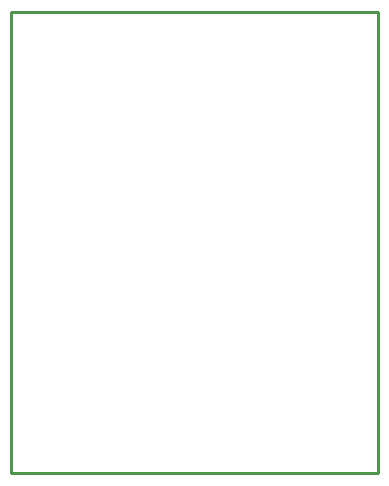
<source format=gko>
G04 Layer: BoardOutlineLayer*
G04 EasyEDA v6.5.29, 2023-07-31 08:11:24*
G04 1ebaea4ae95649dd8011ffabadda3e85,10*
G04 Gerber Generator version 0.2*
G04 Scale: 100 percent, Rotated: No, Reflected: No *
G04 Dimensions in millimeters *
G04 leading zeros omitted , absolute positions ,4 integer and 5 decimal *
%FSLAX45Y45*%
%MOMM*%

%ADD10C,0.2540*%
D10*
X0Y0D02*
G01*
X3111500Y0D01*
X3111500Y-3898900D01*
X0Y-3898900D01*
X0Y0D01*

%LPD*%
M02*

</source>
